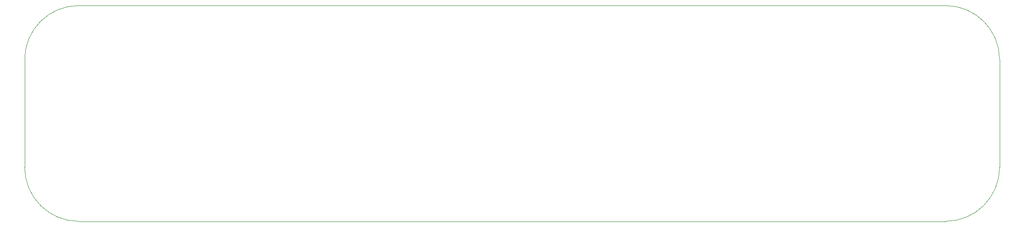
<source format=gbr>
G04 #@! TF.FileFunction,Profile,NP*
%FSLAX46Y46*%
G04 Gerber Fmt 4.6, Leading zero omitted, Abs format (unit mm)*
G04 Created by KiCad (PCBNEW 4.0.7-e2-6376~61~ubuntu18.04.1) date Mon Jul 23 21:43:28 2018*
%MOMM*%
%LPD*%
G01*
G04 APERTURE LIST*
%ADD10C,0.100000*%
G04 APERTURE END LIST*
D10*
X210000000Y-70000000D02*
G75*
G03X200000000Y-60000000I-10000000J0D01*
G01*
X200000000Y-100000000D02*
G75*
G03X210000000Y-90000000I0J10000000D01*
G01*
X30000000Y-90000000D02*
G75*
G03X40000000Y-100000000I10000000J0D01*
G01*
X40000000Y-60000000D02*
G75*
G03X30000000Y-70000000I0J-10000000D01*
G01*
X30000000Y-90000000D02*
X30000000Y-70000000D01*
X200000000Y-100000000D02*
X40000000Y-100000000D01*
X210000000Y-70000000D02*
X210000000Y-90000000D01*
X40000000Y-60000000D02*
X200000000Y-60000000D01*
M02*

</source>
